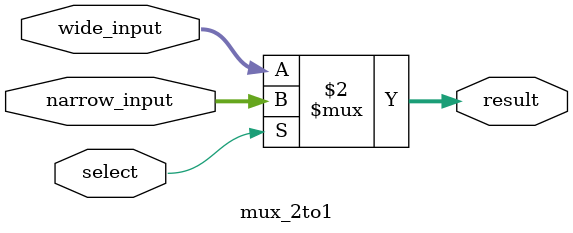
<source format=sv>
module width_converting_mux(
    input [31:0] wide_input,
    input [7:0] narrow_input,
    input select, mode,
    output [31:0] result
);

    wire [31:0] narrow_extended;
    wire [31:0] mux_output;

    width_extender u_width_extender(
        .narrow_input(narrow_input),
        .mode(mode),
        .extended_output(narrow_extended)
    );

    mux_2to1 u_mux_2to1(
        .wide_input(wide_input),
        .narrow_input(narrow_extended),
        .select(select),
        .result(mux_output)
    );

    assign result = mux_output;

endmodule

module width_extender(
    input [7:0] narrow_input,
    input mode,
    output reg [31:0] extended_output
);
    always @(*) begin
        extended_output = mode ? {24'b0, narrow_input} : {narrow_input, 24'b0};
    end
endmodule

module mux_2to1(
    input [31:0] wide_input,
    input [31:0] narrow_input,
    input select,
    output reg [31:0] result
);
    always @(*) begin
        result = select ? narrow_input : wide_input;
    end
endmodule
</source>
